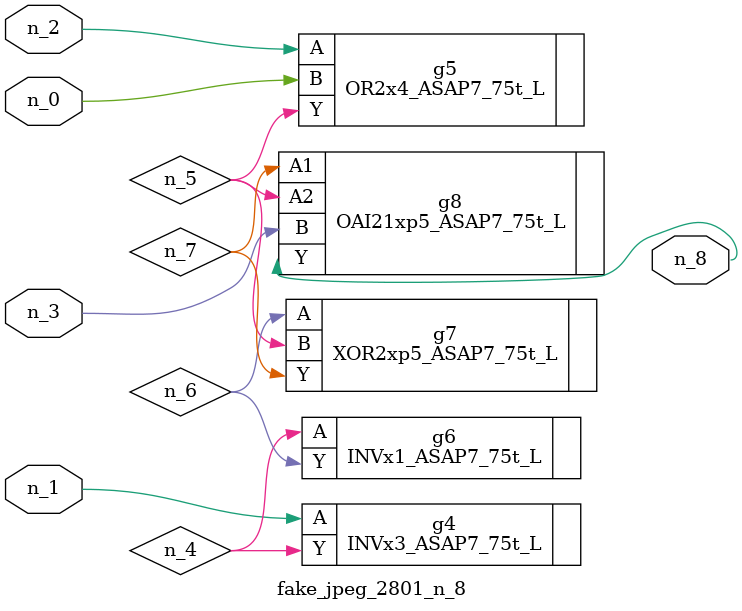
<source format=v>
module fake_jpeg_2801_n_8 (n_0, n_3, n_2, n_1, n_8);

input n_0;
input n_3;
input n_2;
input n_1;

output n_8;

wire n_4;
wire n_6;
wire n_5;
wire n_7;

INVx3_ASAP7_75t_L g4 ( 
.A(n_1),
.Y(n_4)
);

OR2x4_ASAP7_75t_L g5 ( 
.A(n_2),
.B(n_0),
.Y(n_5)
);

INVx1_ASAP7_75t_L g6 ( 
.A(n_4),
.Y(n_6)
);

XOR2xp5_ASAP7_75t_L g7 ( 
.A(n_6),
.B(n_5),
.Y(n_7)
);

OAI21xp5_ASAP7_75t_L g8 ( 
.A1(n_7),
.A2(n_5),
.B(n_3),
.Y(n_8)
);


endmodule
</source>
